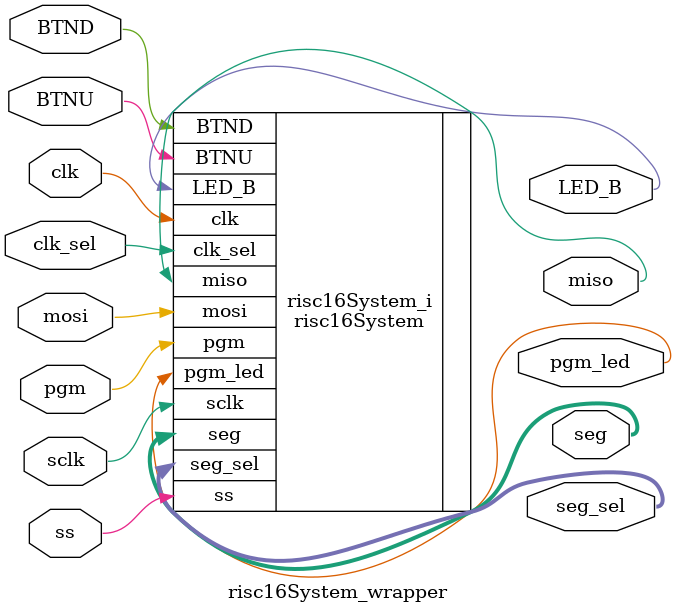
<source format=v>
`timescale 1 ps / 1 ps

module risc16System_wrapper
   (BTND,
    BTNU,
    LED_B,
    clk,
    clk_sel,
    miso,
    mosi,
    pgm,
    pgm_led,
    sclk,
    seg,
    seg_sel,
    ss);
  input BTND;
  input BTNU;
  output LED_B;
  input clk;
  input clk_sel;
  output miso;
  input mosi;
  input pgm;
  output pgm_led;
  input sclk;
  output [7:0]seg;
  output [7:0]seg_sel;
  input ss;

  wire BTND;
  wire BTNU;
  wire LED_B;
  wire clk;
  wire clk_sel;
  wire miso;
  wire mosi;
  wire pgm;
  wire pgm_led;
  wire sclk;
  wire [7:0]seg;
  wire [7:0]seg_sel;
  wire ss;

  risc16System risc16System_i
       (.BTND(BTND),
        .BTNU(BTNU),
        .LED_B(LED_B),
        .clk(clk),
        .clk_sel(clk_sel),
        .miso(miso),
        .mosi(mosi),
        .pgm(pgm),
        .pgm_led(pgm_led),
        .sclk(sclk),
        .seg(seg),
        .seg_sel(seg_sel),
        .ss(ss));
endmodule

</source>
